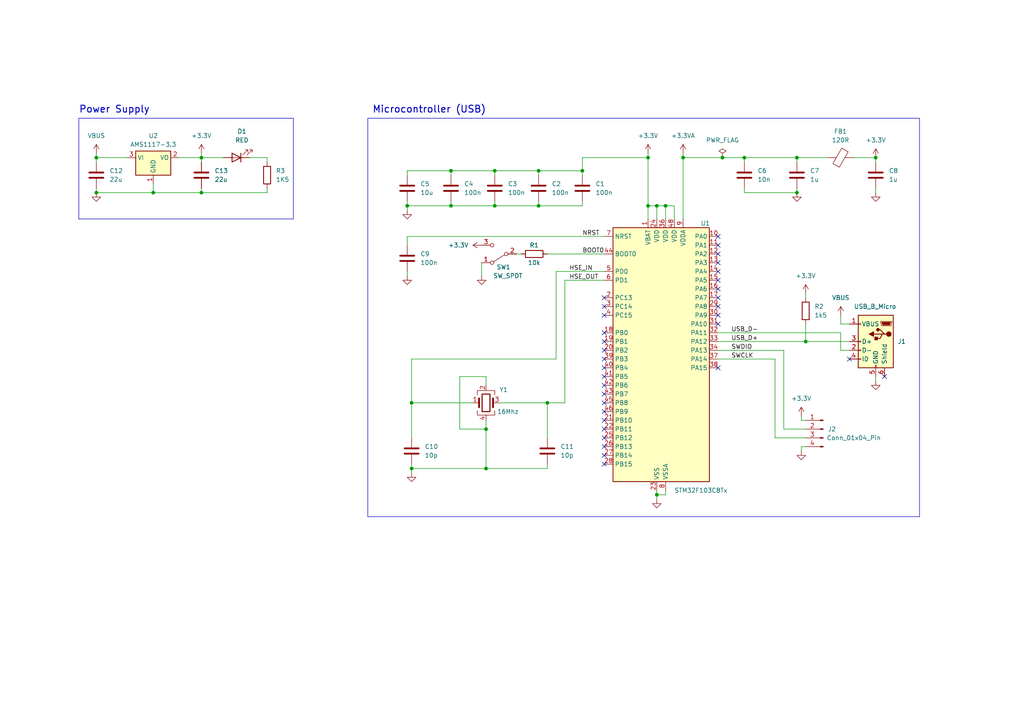
<source format=kicad_sch>
(kicad_sch (version 20230121) (generator eeschema)
  (paper "A4")
  (lib_symbols
    (symbol "Connector:Conn_01x04_Pin" (pin_names (offset 1.016) hide)
      (property "Reference" "J" (at 0 5.08 0))
      (property "Value" "Conn_01x04_Pin" (at 0 -7.62 0))
      (symbol "Conn_01x04_Pin_1_1"
        (polyline (pts (xy 1.27 -5.08) (xy 0.8636 -5.08)) (stroke (width 0.1524)))
        (polyline (pts (xy 1.27 -2.54) (xy 0.8636 -2.54)) (stroke (width 0.1524)))
        (polyline (pts (xy 1.27 0) (xy 0.8636 0)) (stroke (width 0.1524)))
        (polyline (pts (xy 1.27 2.54) (xy 0.8636 2.54)) (stroke (width 0.1524)))
        (rectangle (start 0.8636 -4.953) (end 0 -5.207) (stroke (width 0.1524)) (fill (type outline)))
        (rectangle (start 0.8636 -2.413) (end 0 -2.667) (stroke (width 0.1524)) (fill (type outline)))
        (rectangle (start 0.8636 0.127) (end 0 -0.127) (stroke (width 0.1524)) (fill (type outline)))
        (rectangle (start 0.8636 2.667) (end 0 2.413) (stroke (width 0.1524)) (fill (type outline)))
        (pin passive line (at 5.08 2.54 180) (length 3.81) (name "Pin_1") (number "1"))
        (pin passive line (at 5.08 0 180) (length 3.81) (name "Pin_2") (number "2"))
        (pin passive line (at 5.08 -2.54 180) (length 3.81) (name "Pin_3") (number "3"))
        (pin passive line (at 5.08 -5.08 180) (length 3.81) (name "Pin_4") (number "4"))
      )
    )
    (symbol "Connector:USB_B_Micro" (pin_names (offset 1.016))
      (property "Reference" "J" (at -5.08 11.43 0))
      (property "Value" "USB_B_Micro" (at -5.08 8.89 0))
      (symbol "USB_B_Micro_0_1"
        (rectangle (start -5.08 -7.62) (end 5.08 7.62) (stroke (width 0.254)) (fill (type background)))
        (circle (center -3.81 2.159) (radius 0.635) (stroke (width 0.254)) (fill (type outline)))
        (circle (center -0.635 3.429) (radius 0.381) (stroke (width 0.254)) (fill (type outline)))
        (rectangle (start -0.127 -7.62) (end 0.127 -6.858))
        (polyline (pts (xy -1.905 2.159) (xy 0.635 2.159)) (stroke (width 0.254)))
        (polyline (pts (xy -3.175 2.159) (xy -2.54 2.159) (xy -1.27 3.429) (xy -0.635 3.429)) (stroke (width 0.254)))
        (polyline (pts (xy -2.54 2.159) (xy -1.905 2.159) (xy -1.27 0.889) (xy 0 0.889)) (stroke (width 0.254)))
        (polyline (pts (xy 0.635 2.794) (xy 0.635 1.524) (xy 1.905 2.159) (xy 0.635 2.794)) (stroke (width 0.254)) (fill (type outline)))
        (polyline (pts (xy -4.318 5.588) (xy -1.778 5.588) (xy -2.032 4.826) (xy -4.064 4.826) (xy -4.318 5.588)) (fill (type outline)))
        (polyline (pts (xy -4.699 5.842) (xy -4.699 5.588) (xy -4.445 4.826) (xy -4.445 4.572) (xy -1.651 4.572) (xy -1.651 4.826) (xy -1.397 5.588) (xy -1.397 5.842) (xy -4.699 5.842)))
        (rectangle (start 0.254 1.27) (end -0.508 0.508) (stroke (width 0.254)) (fill (type outline)))
        (rectangle (start 5.08 -5.207) (end 4.318 -4.953))
        (rectangle (start 5.08 -2.667) (end 4.318 -2.413))
        (rectangle (start 5.08 -0.127) (end 4.318 0.127))
        (rectangle (start 5.08 4.953) (end 4.318 5.207))
      )
      (symbol "USB_B_Micro_1_1"
        (pin power_out line (at 7.62 5.08 180) (length 2.54) (name "VBUS") (number "1"))
        (pin bidirectional line (at 7.62 -2.54 180) (length 2.54) (name "D-") (number "2"))
        (pin bidirectional line (at 7.62 0 180) (length 2.54) (name "D+") (number "3"))
        (pin passive line (at 7.62 -5.08 180) (length 2.54) (name "ID") (number "4"))
        (pin power_out line (at 0 -10.16 90) (length 2.54) (name "GND") (number "5"))
        (pin passive line (at -2.54 -10.16 90) (length 2.54) (name "Shield") (number "6"))
      )
    )
    (symbol "Device:C" (pin_numbers hide) (pin_names (offset 0.254))
      (property "Reference" "C" (at 0.635 2.54 0))
      (property "Value" "C" (at 0.635 -2.54 0))
      (symbol "C_0_1"
        (polyline (pts (xy -2.032 -0.762) (xy 2.032 -0.762)) (stroke (width 0.508)))
        (polyline (pts (xy -2.032 0.762) (xy 2.032 0.762)) (stroke (width 0.508)))
      )
      (symbol "C_1_1"
        (pin passive line (at 0 3.81 270) (length 2.794) (name "~") (number "1"))
        (pin passive line (at 0 -3.81 90) (length 2.794) (name "~") (number "2"))
      )
    )
    (symbol "Device:Crystal_GND24" (pin_names (offset 1.016) hide)
      (property "Reference" "Y" (at 3.175 5.08 0))
      (property "Value" "Crystal_GND24" (at 3.175 3.175 0))
      (symbol "Crystal_GND24_0_1"
        (rectangle (start -1.143 2.54) (end 1.143 -2.54) (stroke (width 0.3048)))
        (polyline (pts (xy -2.54 0) (xy -2.032 0)))
        (polyline (pts (xy -2.032 -1.27) (xy -2.032 1.27)) (stroke (width 0.508)))
        (polyline (pts (xy 0 -3.81) (xy 0 -3.556)))
        (polyline (pts (xy 0 3.556) (xy 0 3.81)))
        (polyline (pts (xy 2.032 -1.27) (xy 2.032 1.27)) (stroke (width 0.508)))
        (polyline (pts (xy 2.032 0) (xy 2.54 0)))
        (polyline (pts (xy -2.54 -2.286) (xy -2.54 -3.556) (xy 2.54 -3.556) (xy 2.54 -2.286)))
        (polyline (pts (xy -2.54 2.286) (xy -2.54 3.556) (xy 2.54 3.556) (xy 2.54 2.286)))
      )
      (symbol "Crystal_GND24_1_1"
        (pin passive line (at -3.81 0 0) (length 1.27) (name "1") (number "1"))
        (pin passive line (at 0 5.08 270) (length 1.27) (name "2") (number "2"))
        (pin passive line (at 3.81 0 180) (length 1.27) (name "3") (number "3"))
        (pin passive line (at 0 -5.08 90) (length 1.27) (name "4") (number "4"))
      )
    )
    (symbol "Device:FerriteBead" (pin_numbers hide) (pin_names (offset 0))
      (property "Reference" "FB" (at -3.81 0.635 90))
      (property "Value" "FerriteBead" (at 3.81 0 90))
      (symbol "FerriteBead_0_1"
        (polyline (pts (xy 0 -1.27) (xy 0 -1.2192)))
        (polyline (pts (xy 0 1.27) (xy 0 1.2954)))
        (polyline (pts (xy -2.7686 0.4064) (xy -1.7018 2.2606) (xy 2.7686 -0.3048) (xy 1.6764 -2.159) (xy -2.7686 0.4064)))
      )
      (symbol "FerriteBead_1_1"
        (pin passive line (at 0 3.81 270) (length 2.54) (name "~") (number "1"))
        (pin passive line (at 0 -3.81 90) (length 2.54) (name "~") (number "2"))
      )
    )
    (symbol "Device:LED" (pin_numbers hide) (pin_names (offset 1.016) hide)
      (property "Reference" "D" (at 0 2.54 0))
      (property "Value" "LED" (at 0 -2.54 0))
      (symbol "LED_0_1"
        (polyline (pts (xy -1.27 -1.27) (xy -1.27 1.27)) (stroke (width 0.254)))
        (polyline (pts (xy -1.27 0) (xy 1.27 0)))
        (polyline (pts (xy 1.27 -1.27) (xy 1.27 1.27) (xy -1.27 0) (xy 1.27 -1.27)) (stroke (width 0.254)))
        (polyline (pts (xy -3.048 -0.762) (xy -4.572 -2.286) (xy -3.81 -2.286) (xy -4.572 -2.286) (xy -4.572 -1.524)))
        (polyline (pts (xy -1.778 -0.762) (xy -3.302 -2.286) (xy -2.54 -2.286) (xy -3.302 -2.286) (xy -3.302 -1.524)))
      )
      (symbol "LED_1_1"
        (pin passive line (at -3.81 0 0) (length 2.54) (name "K") (number "1"))
        (pin passive line (at 3.81 0 180) (length 2.54) (name "A") (number "2"))
      )
    )
    (symbol "Device:R" (pin_numbers hide) (pin_names (offset 0))
      (property "Reference" "R" (at 2.032 0 90))
      (property "Value" "R" (at 0 0 90))
      (symbol "R_0_1"
        (rectangle (start -1.016 -2.54) (end 1.016 2.54) (stroke (width 0.254)))
      )
      (symbol "R_1_1"
        (pin passive line (at 0 3.81 270) (length 1.27) (name "~") (number "1"))
        (pin passive line (at 0 -3.81 90) (length 1.27) (name "~") (number "2"))
      )
    )
    (symbol "MCU_ST_STM32F1:STM32F103C8Tx"
      (property "Reference" "U" (at -12.7 39.37 0))
      (property "Value" "STM32F103C8Tx" (at 10.16 39.37 0))
      (symbol "STM32F103C8Tx_0_1"
        (rectangle (start -12.7 -35.56) (end 15.24 38.1) (stroke (width 0.254)) (fill (type background)))
      )
      (symbol "STM32F103C8Tx_1_1"
        (pin power_in line (at -2.54 40.64 270) (length 2.54) (name "VBAT") (number "1"))
        (pin bidirectional line (at 17.78 35.56 180) (length 2.54) (name "PA0") (number "10"))
        (pin bidirectional line (at 17.78 33.02 180) (length 2.54) (name "PA1") (number "11"))
        (pin bidirectional line (at 17.78 30.48 180) (length 2.54) (name "PA2") (number "12"))
        (pin bidirectional line (at 17.78 27.94 180) (length 2.54) (name "PA3") (number "13"))
        (pin bidirectional line (at 17.78 25.4 180) (length 2.54) (name "PA4") (number "14"))
        (pin bidirectional line (at 17.78 22.86 180) (length 2.54) (name "PA5") (number "15"))
        (pin bidirectional line (at 17.78 20.32 180) (length 2.54) (name "PA6") (number "16"))
        (pin bidirectional line (at 17.78 17.78 180) (length 2.54) (name "PA7") (number "17"))
        (pin bidirectional line (at -15.24 7.62 0) (length 2.54) (name "PB0") (number "18"))
        (pin bidirectional line (at -15.24 5.08 0) (length 2.54) (name "PB1") (number "19"))
        (pin bidirectional line (at -15.24 17.78 0) (length 2.54) (name "PC13") (number "2"))
        (pin bidirectional line (at -15.24 2.54 0) (length 2.54) (name "PB2") (number "20"))
        (pin bidirectional line (at -15.24 -17.78 0) (length 2.54) (name "PB10") (number "21"))
        (pin bidirectional line (at -15.24 -20.32 0) (length 2.54) (name "PB11") (number "22"))
        (pin power_in line (at 0 -38.1 90) (length 2.54) (name "VSS") (number "23"))
        (pin power_in line (at 0 40.64 270) (length 2.54) (name "VDD") (number "24"))
        (pin bidirectional line (at -15.24 -22.86 0) (length 2.54) (name "PB12") (number "25"))
        (pin bidirectional line (at -15.24 -25.4 0) (length 2.54) (name "PB13") (number "26"))
        (pin bidirectional line (at -15.24 -27.94 0) (length 2.54) (name "PB14") (number "27"))
        (pin bidirectional line (at -15.24 -30.48 0) (length 2.54) (name "PB15") (number "28"))
        (pin bidirectional line (at 17.78 15.24 180) (length 2.54) (name "PA8") (number "29"))
        (pin bidirectional line (at -15.24 15.24 0) (length 2.54) (name "PC14") (number "3"))
        (pin bidirectional line (at 17.78 12.7 180) (length 2.54) (name "PA9") (number "30"))
        (pin bidirectional line (at 17.78 10.16 180) (length 2.54) (name "PA10") (number "31"))
        (pin bidirectional line (at 17.78 7.62 180) (length 2.54) (name "PA11") (number "32"))
        (pin bidirectional line (at 17.78 5.08 180) (length 2.54) (name "PA12") (number "33"))
        (pin bidirectional line (at 17.78 2.54 180) (length 2.54) (name "PA13") (number "34"))
        (pin passive line (at 0 -38.1 90) (length 2.54) hide (name "VSS") (number "35"))
        (pin power_in line (at 2.54 40.64 270) (length 2.54) (name "VDD") (number "36"))
        (pin bidirectional line (at 17.78 0 180) (length 2.54) (name "PA14") (number "37"))
        (pin bidirectional line (at 17.78 -2.54 180) (length 2.54) (name "PA15") (number "38"))
        (pin bidirectional line (at -15.24 0 0) (length 2.54) (name "PB3") (number "39"))
        (pin bidirectional line (at -15.24 12.7 0) (length 2.54) (name "PC15") (number "4"))
        (pin bidirectional line (at -15.24 -2.54 0) (length 2.54) (name "PB4") (number "40"))
        (pin bidirectional line (at -15.24 -5.08 0) (length 2.54) (name "PB5") (number "41"))
        (pin bidirectional line (at -15.24 -7.62 0) (length 2.54) (name "PB6") (number "42"))
        (pin bidirectional line (at -15.24 -10.16 0) (length 2.54) (name "PB7") (number "43"))
        (pin input line (at -15.24 30.48 0) (length 2.54) (name "BOOT0") (number "44"))
        (pin bidirectional line (at -15.24 -12.7 0) (length 2.54) (name "PB8") (number "45"))
        (pin bidirectional line (at -15.24 -15.24 0) (length 2.54) (name "PB9") (number "46"))
        (pin passive line (at 0 -38.1 90) (length 2.54) hide (name "VSS") (number "47"))
        (pin power_in line (at 5.08 40.64 270) (length 2.54) (name "VDD") (number "48"))
        (pin bidirectional line (at -15.24 25.4 0) (length 2.54) (name "PD0") (number "5"))
        (pin bidirectional line (at -15.24 22.86 0) (length 2.54) (name "PD1") (number "6"))
        (pin input line (at -15.24 35.56 0) (length 2.54) (name "NRST") (number "7"))
        (pin power_in line (at 2.54 -38.1 90) (length 2.54) (name "VSSA") (number "8"))
        (pin power_in line (at 7.62 40.64 270) (length 2.54) (name "VDDA") (number "9"))
      )
    )
    (symbol "Regulator_Linear:AMS1117-3.3"
      (property "Reference" "U" (at -3.81 3.175 0))
      (property "Value" "AMS1117-3.3" (at 0 3.175 0))
      (symbol "AMS1117-3.3_0_1"
        (rectangle (start -5.08 -5.08) (end 5.08 1.905) (stroke (width 0.254)) (fill (type background)))
      )
      (symbol "AMS1117-3.3_1_1"
        (pin power_in line (at 0 -7.62 90) (length 2.54) (name "GND") (number "1"))
        (pin power_out line (at 7.62 0 180) (length 2.54) (name "VO") (number "2"))
        (pin power_in line (at -7.62 0 0) (length 2.54) (name "VI") (number "3"))
      )
    )
    (symbol "Switch:SW_SPDT" (pin_names (offset 0) hide)
      (property "Reference" "SW" (at 0 4.318 0))
      (property "Value" "SW_SPDT" (at 0 -5.08 0))
      (symbol "SW_SPDT_0_0"
        (circle (center -2.032 0) (radius 0.508))
        (circle (center 2.032 -2.54) (radius 0.508))
      )
      (symbol "SW_SPDT_0_1"
        (polyline (pts (xy -1.524 0.254) (xy 1.651 2.286)))
        (circle (center 2.032 2.54) (radius 0.508))
      )
      (symbol "SW_SPDT_1_1"
        (pin passive line (at 5.08 2.54 180) (length 2.54) (name "A") (number "1"))
        (pin passive line (at -5.08 0 0) (length 2.54) (name "B") (number "2"))
        (pin passive line (at 5.08 -2.54 180) (length 2.54) (name "C") (number "3"))
      )
    )
    (symbol "power:+3.3V" (power) (pin_names (offset 0))
      (property "Value" "+3.3V" (at 0 3.556 0))
      (symbol "+3.3V_0_1"
        (polyline (pts (xy -0.762 1.27) (xy 0 2.54)))
        (polyline (pts (xy 0 0) (xy 0 2.54)))
        (polyline (pts (xy 0 2.54) (xy 0.762 1.27)))
      )
      (symbol "+3.3V_1_1"
        (pin power_in line (at 0 0 90) (length 0) hide (name "+3.3V") (number "1"))
      )
    )
    (symbol "power:+3.3VA" (power) (pin_names (offset 0))
      (property "Value" "+3.3VA" (at 0 3.556 0))
      (symbol "+3.3VA_0_1"
        (polyline (pts (xy -0.762 1.27) (xy 0 2.54)))
        (polyline (pts (xy 0 0) (xy 0 2.54)))
        (polyline (pts (xy 0 2.54) (xy 0.762 1.27)))
      )
      (symbol "+3.3VA_1_1"
        (pin power_in line (at 0 0 90) (length 0) hide (name "+3.3VA") (number "1"))
      )
    )
    (symbol "power:GND" (power) (pin_names (offset 0))
      (property "Value" "GND" (at 0 -3.81 0))
      (symbol "GND_0_1"
        (polyline (pts (xy 0 0) (xy 0 -1.27) (xy 1.27 -1.27) (xy 0 -2.54) (xy -1.27 -1.27) (xy 0 -1.27)))
      )
      (symbol "GND_1_1"
        (pin power_in line (at 0 0 270) (length 0) hide (name "GND") (number "1"))
      )
    )
    (symbol "power:PWR_FLAG" (power) (pin_numbers hide) (pin_names (offset 0) hide)
      (property "Value" "PWR_FLAG" (at 0 3.81 0))
      (symbol "PWR_FLAG_0_0"
        (pin power_out line (at 0 0 90) (length 0) (name "pwr") (number "1"))
      )
      (symbol "PWR_FLAG_0_1"
        (polyline (pts (xy 0 0) (xy 0 1.27) (xy -1.016 1.905) (xy 0 2.54) (xy 1.016 1.905) (xy 0 1.27)))
      )
    )
    (symbol "power:VBUS" (power) (pin_names (offset 0))
      (property "Value" "VBUS" (at 0 3.81 0))
      (symbol "VBUS_0_1"
        (polyline (pts (xy -0.762 1.27) (xy 0 2.54)))
        (polyline (pts (xy 0 0) (xy 0 2.54)))
        (polyline (pts (xy 0 2.54) (xy 0.762 1.27)))
      )
      (symbol "VBUS_1_1"
        (pin power_in line (at 0 0 90) (length 0) hide (name "VBUS") (number "1"))
      )
    )
  )
  (junction (at 187.96 59.69))
  (junction (at 158.75 116.84))
  (junction (at 193.04 59.69))
  (junction (at 58.42 55.88))
  (junction (at 140.97 135.89))
  (junction (at 231.14 55.88))
  (junction (at 156.21 49.53))
  (junction (at 140.97 124.46))
  (junction (at 130.81 49.53))
  (junction (at 254 45.72))
  (junction (at 198.12 45.72))
  (junction (at 233.68 99.06))
  (junction (at 143.51 59.69))
  (junction (at 187.96 45.72))
  (junction (at 231.14 45.72))
  (junction (at 215.9 45.72))
  (junction (at 119.38 135.89))
  (junction (at 119.38 116.84))
  (junction (at 143.51 49.53))
  (junction (at 190.5 143.51))
  (junction (at 27.94 45.72))
  (junction (at 130.81 59.69))
  (junction (at 44.45 55.88))
  (junction (at 58.42 45.72))
  (junction (at 27.94 55.88))
  (junction (at 209.55 45.72))
  (junction (at 118.11 59.69))
  (junction (at 190.5 59.69))
  (junction (at 156.21 59.69))
  (junction (at 168.91 49.53))
  (no_connect (at 208.28 106.68))
  (no_connect (at 175.26 86.36))
  (no_connect (at 208.28 76.2))
  (no_connect (at 208.28 73.66))
  (no_connect (at 175.26 119.38))
  (no_connect (at 175.26 116.84))
  (no_connect (at 175.26 109.22))
  (no_connect (at 175.26 114.3))
  (no_connect (at 256.54 109.22))
  (no_connect (at 175.26 111.76))
  (no_connect (at 175.26 99.06))
  (no_connect (at 175.26 129.54))
  (no_connect (at 208.28 81.28))
  (no_connect (at 175.26 134.62))
  (no_connect (at 208.28 83.82))
  (no_connect (at 175.26 96.52))
  (no_connect (at 246.38 104.14))
  (no_connect (at 208.28 86.36))
  (no_connect (at 175.26 91.44))
  (no_connect (at 208.28 91.44))
  (no_connect (at 175.26 127))
  (no_connect (at 175.26 88.9))
  (no_connect (at 208.28 78.74))
  (no_connect (at 175.26 101.6))
  (no_connect (at 208.28 68.58))
  (no_connect (at 175.26 121.92))
  (no_connect (at 208.28 88.9))
  (no_connect (at 208.28 93.98))
  (no_connect (at 208.28 71.12))
  (no_connect (at 175.26 104.14))
  (no_connect (at 175.26 124.46))
  (no_connect (at 175.26 106.68))
  (no_connect (at 175.26 132.08))
  (wire (pts (xy 149.86 73.66) (xy 151.13 73.66)))
  (wire (pts (xy 224.79 127) (xy 224.79 104.14)))
  (wire (pts (xy 130.81 49.53) (xy 130.81 50.8)))
  (wire (pts (xy 119.38 104.14) (xy 119.38 116.84)))
  (wire (pts (xy 187.96 44.45) (xy 187.96 45.72)))
  (polyline (pts (xy 266.7 149.86) (xy 106.68 149.86)))
  (wire (pts (xy 168.91 58.42) (xy 168.91 59.69)))
  (wire (pts (xy 231.14 54.61) (xy 231.14 55.88)))
  (wire (pts (xy 119.38 127) (xy 119.38 116.84)))
  (wire (pts (xy 52.07 45.72) (xy 58.42 45.72)))
  (wire (pts (xy 232.41 121.92) (xy 233.68 121.92)))
  (wire (pts (xy 118.11 78.74) (xy 118.11 80.01)))
  (wire (pts (xy 190.5 142.24) (xy 190.5 143.51)))
  (wire (pts (xy 130.81 49.53) (xy 143.51 49.53)))
  (wire (pts (xy 254 46.99) (xy 254 45.72)))
  (wire (pts (xy 58.42 45.72) (xy 64.77 45.72)))
  (polyline (pts (xy 106.68 34.29) (xy 106.68 149.86)))
  (wire (pts (xy 243.84 96.52) (xy 243.84 101.6)))
  (wire (pts (xy 143.51 49.53) (xy 143.51 50.8)))
  (wire (pts (xy 163.83 81.28) (xy 175.26 81.28)))
  (wire (pts (xy 233.68 127) (xy 224.79 127)))
  (wire (pts (xy 193.04 143.51) (xy 190.5 143.51)))
  (wire (pts (xy 224.79 104.14) (xy 208.28 104.14)))
  (wire (pts (xy 118.11 50.8) (xy 118.11 49.53)))
  (wire (pts (xy 243.84 91.44) (xy 243.84 93.98)))
  (wire (pts (xy 208.28 99.06) (xy 233.68 99.06)))
  (polyline (pts (xy 22.86 34.29) (xy 22.86 63.5)))
  (wire (pts (xy 140.97 135.89) (xy 158.75 135.89)))
  (wire (pts (xy 133.35 109.22) (xy 133.35 124.46)))
  (wire (pts (xy 190.5 63.5) (xy 190.5 59.69)))
  (wire (pts (xy 156.21 58.42) (xy 156.21 59.69)))
  (wire (pts (xy 231.14 46.99) (xy 231.14 45.72)))
  (wire (pts (xy 44.45 53.34) (xy 44.45 55.88)))
  (wire (pts (xy 77.47 54.61) (xy 77.47 55.88)))
  (wire (pts (xy 187.96 45.72) (xy 187.96 59.69)))
  (polyline (pts (xy 266.7 34.29) (xy 266.7 149.86)))
  (wire (pts (xy 195.58 63.5) (xy 195.58 59.69)))
  (wire (pts (xy 198.12 44.45) (xy 198.12 45.72)))
  (wire (pts (xy 130.81 59.69) (xy 118.11 59.69)))
  (wire (pts (xy 215.9 45.72) (xy 215.9 46.99)))
  (wire (pts (xy 233.68 99.06) (xy 246.38 99.06)))
  (wire (pts (xy 118.11 59.69) (xy 118.11 60.96)))
  (wire (pts (xy 119.38 135.89) (xy 140.97 135.89)))
  (wire (pts (xy 158.75 134.62) (xy 158.75 135.89)))
  (polyline (pts (xy 22.86 63.5) (xy 85.09 63.5)))
  (wire (pts (xy 231.14 45.72) (xy 240.03 45.72)))
  (wire (pts (xy 190.5 143.51) (xy 190.5 144.78)))
  (wire (pts (xy 118.11 49.53) (xy 130.81 49.53)))
  (wire (pts (xy 254 109.22) (xy 254 110.49)))
  (wire (pts (xy 27.94 45.72) (xy 27.94 46.99)))
  (wire (pts (xy 232.41 130.81) (xy 232.41 129.54)))
  (wire (pts (xy 190.5 59.69) (xy 187.96 59.69)))
  (wire (pts (xy 27.94 54.61) (xy 27.94 55.88)))
  (wire (pts (xy 209.55 45.72) (xy 215.9 45.72)))
  (wire (pts (xy 233.68 85.09) (xy 233.68 86.36)))
  (wire (pts (xy 119.38 135.89) (xy 119.38 137.16)))
  (wire (pts (xy 227.33 124.46) (xy 233.68 124.46)))
  (wire (pts (xy 247.65 45.72) (xy 254 45.72)))
  (wire (pts (xy 208.28 101.6) (xy 227.33 101.6)))
  (wire (pts (xy 133.35 124.46) (xy 140.97 124.46)))
  (wire (pts (xy 118.11 68.58) (xy 175.26 68.58)))
  (wire (pts (xy 58.42 46.99) (xy 58.42 45.72)))
  (wire (pts (xy 246.38 93.98) (xy 243.84 93.98)))
  (wire (pts (xy 140.97 109.22) (xy 133.35 109.22)))
  (wire (pts (xy 168.91 50.8) (xy 168.91 49.53)))
  (wire (pts (xy 158.75 73.66) (xy 175.26 73.66)))
  (wire (pts (xy 163.83 116.84) (xy 158.75 116.84)))
  (polyline (pts (xy 85.09 63.5) (xy 85.09 34.29)))
  (wire (pts (xy 161.29 78.74) (xy 175.26 78.74)))
  (wire (pts (xy 193.04 63.5) (xy 193.04 59.69)))
  (wire (pts (xy 208.28 96.52) (xy 243.84 96.52)))
  (wire (pts (xy 227.33 101.6) (xy 227.33 124.46)))
  (wire (pts (xy 27.94 44.45) (xy 27.94 45.72)))
  (wire (pts (xy 118.11 58.42) (xy 118.11 59.69)))
  (wire (pts (xy 198.12 45.72) (xy 198.12 63.5)))
  (wire (pts (xy 140.97 135.89) (xy 140.97 124.46)))
  (wire (pts (xy 161.29 78.74) (xy 161.29 104.14)))
  (wire (pts (xy 233.68 93.98) (xy 233.68 99.06)))
  (wire (pts (xy 156.21 49.53) (xy 156.21 50.8)))
  (wire (pts (xy 143.51 49.53) (xy 156.21 49.53)))
  (wire (pts (xy 231.14 45.72) (xy 215.9 45.72)))
  (wire (pts (xy 158.75 127) (xy 158.75 116.84)))
  (wire (pts (xy 161.29 104.14) (xy 119.38 104.14)))
  (wire (pts (xy 140.97 111.76) (xy 140.97 109.22)))
  (wire (pts (xy 139.7 76.2) (xy 139.7 80.01)))
  (wire (pts (xy 163.83 81.28) (xy 163.83 116.84)))
  (wire (pts (xy 77.47 55.88) (xy 58.42 55.88)))
  (wire (pts (xy 27.94 45.72) (xy 36.83 45.72)))
  (wire (pts (xy 168.91 49.53) (xy 168.91 45.72)))
  (wire (pts (xy 143.51 58.42) (xy 143.51 59.69)))
  (wire (pts (xy 168.91 45.72) (xy 187.96 45.72)))
  (wire (pts (xy 168.91 59.69) (xy 156.21 59.69)))
  (wire (pts (xy 44.45 55.88) (xy 27.94 55.88)))
  (wire (pts (xy 193.04 59.69) (xy 190.5 59.69)))
  (wire (pts (xy 232.41 129.54) (xy 233.68 129.54)))
  (polyline (pts (xy 22.86 34.29) (xy 85.09 34.29)))
  (wire (pts (xy 232.41 120.65) (xy 232.41 121.92)))
  (wire (pts (xy 58.42 44.45) (xy 58.42 45.72)))
  (wire (pts (xy 195.58 59.69) (xy 193.04 59.69)))
  (wire (pts (xy 215.9 55.88) (xy 231.14 55.88)))
  (wire (pts (xy 58.42 54.61) (xy 58.42 55.88)))
  (wire (pts (xy 130.81 58.42) (xy 130.81 59.69)))
  (wire (pts (xy 156.21 59.69) (xy 143.51 59.69)))
  (wire (pts (xy 198.12 45.72) (xy 209.55 45.72)))
  (wire (pts (xy 119.38 134.62) (xy 119.38 135.89)))
  (wire (pts (xy 144.78 116.84) (xy 158.75 116.84)))
  (polyline (pts (xy 106.68 34.29) (xy 266.7 34.29)))
  (wire (pts (xy 119.38 116.84) (xy 137.16 116.84)))
  (wire (pts (xy 254 54.61) (xy 254 55.88)))
  (wire (pts (xy 118.11 68.58) (xy 118.11 71.12)))
  (wire (pts (xy 58.42 55.88) (xy 44.45 55.88)))
  (wire (pts (xy 143.51 59.69) (xy 130.81 59.69)))
  (wire (pts (xy 193.04 142.24) (xy 193.04 143.51)))
  (wire (pts (xy 77.47 45.72) (xy 72.39 45.72)))
  (wire (pts (xy 156.21 49.53) (xy 168.91 49.53)))
  (wire (pts (xy 215.9 54.61) (xy 215.9 55.88)))
  (wire (pts (xy 140.97 124.46) (xy 140.97 121.92)))
  (wire (pts (xy 187.96 59.69) (xy 187.96 63.5)))
  (wire (pts (xy 243.84 101.6) (xy 246.38 101.6)))
  (wire (pts (xy 77.47 46.99) (xy 77.47 45.72)))
  (text "Microcontroller (USB)" (at 107.95 33.02 0) (effects (font (size 2 2) (thickness 0.27) bold) (justify left bottom)))
  (text "Power Supply" (at 22.86 33.02 0) (effects (font (size 2 2) (thickness 0.27) bold) (justify left bottom)))
  (label "HSE_OUT" (at 165.1 81.28 0))
  (label "USB_D+" (at 212.09 99.06 0))
  (label "NRST" (at 168.91 68.58 0))
  (label "USB_D-" (at 212.09 96.52 0))
  (label "SWDIO" (at 212.09 101.6 0))
  (label "HSE_IN" (at 165.1 78.74 0))
  (label "BOOT0" (at 168.91 73.66 0))
  (label "SWCLK" (at 212.09 104.14 0))
  (symbol (lib_id "Device:C") (at 119.38 130.81 0) (unit 1)
    (property "Reference" "C10" (at 123.19 129.54 0) (effects (justify left)))
    (property "Value" "10p" (at 123.19 132.08 0) (effects (justify left)))
    (property "Footprint" "Capacitor_SMD:C_0402_1005Metric" (effects hide))
  )
  (symbol (lib_id "power:+3.3VA") (at 198.12 44.45 0) (unit 1)
    (property "Reference" "#PWR04" (effects hide))
    (property "Value" "+3.3VA" (at 198.12 39.37 0))
  )
  (symbol (lib_id "power:GND") (at 231.14 55.88 0) (unit 1)
    (property "Reference" "#PWR05" (effects hide))
    (property "Value" "GND" (effects hide))
  )
  (symbol (lib_id "Device:C") (at 156.21 54.61 0) (unit 1)
    (property "Reference" "C2" (at 160.02 53.34 0) (effects (justify left)))
    (property "Value" "100n" (at 160.02 55.88 0) (effects (justify left)))
    (property "Footprint" "Capacitor_SMD:C_0402_1005Metric" (effects hide))
  )
  (symbol (lib_id "power:PWR_FLAG") (at 209.55 45.72 0) (unit 1)
    (property "Reference" "#FLG01" (effects hide))
    (property "Value" "PWR_FLAG" (at 209.55 40.64 0))
  )
  (symbol (lib_id "power:+3.3V") (at 187.96 44.45 0) (unit 1)
    (property "Reference" "#PWR01" (effects hide))
    (property "Value" "+3.3V" (at 187.96 39.37 0))
  )
  (symbol (lib_id "Device:C") (at 215.9 50.8 0) (unit 1)
    (property "Reference" "C6" (at 219.71 49.53 0) (effects (justify left)))
    (property "Value" "10n" (at 219.71 52.07 0) (effects (justify left)))
    (property "Footprint" "Capacitor_SMD:C_0603_1608Metric" (effects hide))
  )
  (symbol (lib_id "Switch:SW_SPDT") (at 144.78 73.66 180) (unit 1)
    (property "Reference" "SW1" (at 146.05 77.47 0))
    (property "Value" "SW_SPDT" (at 147.32 80.01 0))
    (property "Footprint" "Button_Switch_THT:SW_E-Switch_EG1224_SPDT_Angled" (effects hide))
  )
  (symbol (lib_id "Device:Crystal_GND24") (at 140.97 116.84 0) (unit 1)
    (property "Reference" "Y1" (at 146.05 113.03 0))
    (property "Value" "16Mhz" (at 147.32 119.38 0))
    (property "Footprint" "Crystal:Crystal_SMD_3225-4Pin_3.2x2.5mm" (effects hide))
  )
  (symbol (lib_id "Connector:Conn_01x04_Pin") (at 238.76 124.46 0) (mirror y) (unit 1)
    (property "Reference" "J2" (at 241.3 124.46 0))
    (property "Value" "Conn_01x04_Pin" (at 247.65 127 0))
    (property "Footprint" "Connector_PinHeader_2.54mm:PinHeader_1x04_P2.54mm_Vertical" (effects hide))
  )
  (symbol (lib_id "Device:LED") (at 68.58 45.72 180) (unit 1)
    (property "Reference" "D1" (at 70.1675 38.1 0))
    (property "Value" "RED" (at 70.1675 40.64 0))
    (property "Footprint" "LED_SMD:LED_0603_1608Metric" (effects hide))
  )
  (symbol (lib_id "power:VBUS") (at 27.94 44.45 0) (unit 1)
    (property "Reference" "#PWR018" (effects hide))
    (property "Value" "VBUS" (at 27.94 39.37 0))
  )
  (symbol (lib_id "Regulator_Linear:AMS1117-3.3") (at 44.45 45.72 0) (unit 1)
    (property "Reference" "U2" (at 44.45 39.37 0))
    (property "Value" "AMS1117-3.3" (at 44.45 41.91 0))
    (property "Footprint" "Package_TO_SOT_SMD:SOT-223-3_TabPin2" (effects hide))
    (property "Datasheet" "http://www.advanced-monolithic.com/pdf/ds1117.pdf" (effects hide))
  )
  (symbol (lib_id "power:GND") (at 118.11 60.96 0) (unit 1)
    (property "Reference" "#PWR03" (effects hide))
    (property "Value" "GND" (effects hide))
  )
  (symbol (lib_id "power:GND") (at 254 110.49 0) (unit 1)
    (property "Reference" "#PWR012" (effects hide))
    (property "Value" "GND" (effects hide))
  )
  (symbol (lib_id "power:+3.3V") (at 254 45.72 0) (unit 1)
    (property "Reference" "#PWR07" (effects hide))
    (property "Value" "+3.3V" (at 254 40.64 0))
  )
  (symbol (lib_id "power:GND") (at 119.38 137.16 0) (unit 1)
    (property "Reference" "#PWR011" (effects hide))
    (property "Value" "GND" (effects hide))
  )
  (symbol (lib_id "Device:C") (at 143.51 54.61 0) (unit 1)
    (property "Reference" "C3" (at 147.32 53.34 0) (effects (justify left)))
    (property "Value" "100n" (at 147.32 55.88 0) (effects (justify left)))
    (property "Footprint" "Capacitor_SMD:C_0402_1005Metric" (effects hide))
  )
  (symbol (lib_id "Device:FerriteBead") (at 243.84 45.72 90) (unit 1)
    (property "Reference" "FB1" (at 243.7892 38.1 90))
    (property "Value" "120R" (at 243.7892 40.64 90))
    (property "Footprint" "Inductor_SMD:L_0603_1608Metric" (effects hide))
  )
  (symbol (lib_id "power:VBUS") (at 243.84 91.44 0) (unit 1)
    (property "Reference" "#PWR013" (effects hide))
    (property "Value" "VBUS" (at 243.84 86.36 0))
  )
  (symbol (lib_id "power:GND") (at 139.7 80.01 0) (unit 1)
    (property "Reference" "#PWR09" (effects hide))
    (property "Value" "GND" (effects hide))
  )
  (symbol (lib_id "power:+3.3V") (at 58.42 44.45 0) (unit 1)
    (property "Reference" "#PWR019" (effects hide))
    (property "Value" "+3.3V" (at 58.42 39.37 0))
  )
  (symbol (lib_id "Device:C") (at 27.94 50.8 0) (unit 1)
    (property "Reference" "C12" (at 31.75 49.53 0) (effects (justify left)))
    (property "Value" "22u" (at 31.75 52.07 0) (effects (justify left)))
    (property "Footprint" "Capacitor_SMD:C_0805_2012Metric" (effects hide))
  )
  (symbol (lib_id "power:+3.3V") (at 232.41 120.65 0) (unit 1)
    (property "Reference" "#PWR016" (effects hide))
    (property "Value" "+3.3V" (at 232.41 115.57 0))
  )
  (symbol (lib_id "Device:C") (at 118.11 74.93 0) (unit 1)
    (property "Reference" "C9" (at 121.92 73.66 0) (effects (justify left)))
    (property "Value" "100n" (at 121.92 76.2 0) (effects (justify left)))
    (property "Footprint" "Capacitor_SMD:C_0402_1005Metric" (effects hide))
  )
  (symbol (lib_id "Connector:USB_B_Micro") (at 254 99.06 0) (mirror y) (unit 1)
    (property "Reference" "J1" (at 260.35 99.06 0) (effects (justify right)))
    (property "Value" "USB_B_Micro" (at 247.65 88.9 0) (effects (justify right)))
    (property "Footprint" "Connector_USB:USB_Micro-B_Wuerth_629105150521" (effects hide))
  )
  (symbol (lib_id "power:GND") (at 27.94 55.88 0) (unit 1)
    (property "Reference" "#PWR017" (effects hide))
    (property "Value" "GND" (effects hide))
  )
  (symbol (lib_id "Device:C") (at 231.14 50.8 0) (unit 1)
    (property "Reference" "C7" (at 234.95 49.53 0) (effects (justify left)))
    (property "Value" "1u" (at 234.95 52.07 0) (effects (justify left)))
    (property "Footprint" "Capacitor_SMD:C_0402_1005Metric" (effects hide))
  )
  (symbol (lib_id "Device:C") (at 58.42 50.8 0) (unit 1)
    (property "Reference" "C13" (at 62.23 49.53 0) (effects (justify left)))
    (property "Value" "22u" (at 62.23 52.07 0) (effects (justify left)))
    (property "Footprint" "Capacitor_SMD:C_0805_2012Metric" (effects hide))
  )
  (symbol (lib_id "power:GND") (at 190.5 144.78 0) (unit 1)
    (property "Reference" "#PWR02" (effects hide))
    (property "Value" "GND" (effects hide))
  )
  (symbol (lib_id "power:GND") (at 232.41 130.81 0) (unit 1)
    (property "Reference" "#PWR015" (effects hide))
    (property "Value" "GND" (effects hide))
  )
  (symbol (lib_id "Device:C") (at 168.91 54.61 0) (unit 1)
    (property "Reference" "C1" (at 172.72 53.34 0) (effects (justify left)))
    (property "Value" "100n" (at 172.72 55.88 0) (effects (justify left)))
    (property "Footprint" "Capacitor_SMD:C_0402_1005Metric" (effects hide))
  )
  (symbol (lib_id "Device:R") (at 154.94 73.66 90) (unit 1)
    (property "Reference" "R1" (at 154.94 71.12 90))
    (property "Value" "10k" (at 154.94 76.2 90))
    (property "Footprint" "Resistor_SMD:R_0402_1005Metric" (effects hide))
  )
  (symbol (lib_id "power:+3.3V") (at 233.68 85.09 0) (unit 1)
    (property "Reference" "#PWR014" (effects hide))
    (property "Value" "+3.3V" (at 233.68 80.01 0))
  )
  (symbol (lib_id "Device:C") (at 118.11 54.61 0) (unit 1)
    (property "Reference" "C5" (at 121.92 53.34 0) (effects (justify left)))
    (property "Value" "10u" (at 121.92 55.88 0) (effects (justify left)))
    (property "Footprint" "Capacitor_SMD:C_0603_1608Metric" (effects hide))
  )
  (symbol (lib_id "Device:C") (at 158.75 130.81 0) (unit 1)
    (property "Reference" "C11" (at 162.56 129.54 0) (effects (justify left)))
    (property "Value" "10p" (at 162.56 132.08 0) (effects (justify left)))
    (property "Footprint" "Capacitor_SMD:C_0402_1005Metric" (effects hide))
  )
  (symbol (lib_id "Device:C") (at 254 50.8 0) (unit 1)
    (property "Reference" "C8" (at 257.81 49.53 0) (effects (justify left)))
    (property "Value" "1u" (at 257.81 52.07 0) (effects (justify left)))
    (property "Footprint" "Capacitor_SMD:C_0402_1005Metric" (effects hide))
  )
  (symbol (lib_id "power:GND") (at 254 55.88 0) (unit 1)
    (property "Reference" "#PWR06" (effects hide))
    (property "Value" "GND" (effects hide))
  )
  (symbol (lib_id "Device:R") (at 77.47 50.8 0) (unit 1)
    (property "Reference" "R3" (at 80.01 49.53 0) (effects (justify left)))
    (property "Value" "1K5" (at 80.01 52.07 0) (effects (justify left)))
    (property "Footprint" "Resistor_SMD:R_0402_1005Metric" (effects hide))
  )
  (symbol (lib_id "Device:C") (at 130.81 54.61 0) (unit 1)
    (property "Reference" "C4" (at 134.62 53.34 0) (effects (justify left)))
    (property "Value" "100n" (at 134.62 55.88 0) (effects (justify left)))
    (property "Footprint" "Capacitor_SMD:C_0402_1005Metric" (effects hide))
  )
  (symbol (lib_id "Device:R") (at 233.68 90.17 0) (unit 1)
    (property "Reference" "R2" (at 236.22 88.9 0) (effects (justify left)))
    (property "Value" "1k5" (at 236.22 91.44 0) (effects (justify left)))
    (property "Footprint" "Resistor_SMD:R_0402_1005Metric" (effects hide))
  )
  (symbol (lib_id "MCU_ST_STM32F1:STM32F103C8Tx") (at 190.5 104.14 0) (unit 1)
    (property "Reference" "U1" (at 203.2 64.77 0) (effects (justify left)))
    (property "Value" "STM32F103C8Tx" (at 195.58 142.24 0) (effects (justify left)))
    (property "Footprint" "Package_QFP:LQFP-48_7x7mm_P0.5mm" (effects hide))
    (property "Datasheet" "https://www.st.com/resource/en/datasheet/stm32f103c8.pdf" (effects hide))
  )
  (symbol (lib_id "power:GND") (at 118.11 80.01 0) (unit 1)
    (property "Reference" "#PWR08" (effects hide))
    (property "Value" "GND" (effects hide))
  )
  (symbol (lib_id "power:+3.3V") (at 139.7 71.12 90) (unit 1)
    (property "Reference" "#PWR010" (effects hide))
    (property "Value" "+3.3V" (at 135.89 71.12 90) (effects (justify left)))
  )
)
</source>
